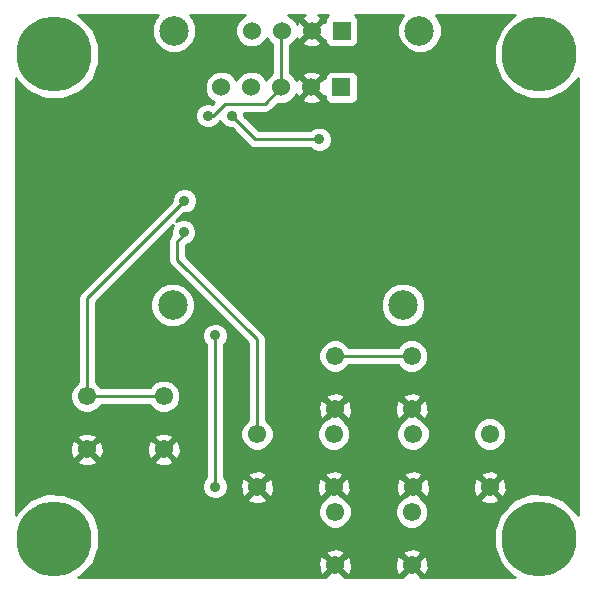
<source format=gbl>
G04 (created by PCBNEW (2013-07-07 BZR 4022)-stable) date 3/7/2015 2:00:05 PM*
%MOIN*%
G04 Gerber Fmt 3.4, Leading zero omitted, Abs format*
%FSLAX34Y34*%
G01*
G70*
G90*
G04 APERTURE LIST*
%ADD10C,0.00590551*%
%ADD11C,0.061*%
%ADD12C,0.25*%
%ADD13R,0.06X0.06*%
%ADD14C,0.06*%
%ADD15C,0.0984252*%
%ADD16C,0.035*%
%ADD17C,0.01*%
G04 APERTURE END LIST*
G54D10*
G54D11*
X50924Y-39822D03*
X50924Y-41594D03*
X53484Y-39822D03*
X53484Y-41594D03*
X48326Y-37224D03*
X48326Y-38996D03*
X50886Y-37224D03*
X50886Y-38996D03*
X48326Y-42421D03*
X48326Y-44193D03*
X50886Y-42421D03*
X50886Y-44193D03*
X45727Y-39822D03*
X45727Y-41594D03*
X48287Y-39822D03*
X48287Y-41594D03*
X40058Y-38562D03*
X40058Y-40334D03*
X42618Y-38562D03*
X42618Y-40334D03*
G54D12*
X55118Y-43307D03*
X38976Y-43307D03*
X55118Y-27165D03*
X38976Y-27165D03*
G54D13*
X48547Y-26377D03*
G54D14*
X47547Y-26377D03*
X46547Y-26377D03*
X45547Y-26377D03*
G54D15*
X50590Y-35523D03*
X42913Y-35523D03*
X51141Y-26377D03*
X42952Y-26377D03*
G54D13*
X48535Y-28267D03*
G54D14*
X47535Y-28267D03*
X46535Y-28267D03*
X45535Y-28267D03*
X44535Y-28267D03*
G54D16*
X54291Y-35669D03*
X54291Y-33858D03*
X54291Y-32047D03*
X48976Y-30236D03*
X39448Y-34566D03*
X39527Y-32834D03*
X39527Y-31102D03*
X44094Y-29212D03*
X44881Y-29212D03*
X47795Y-30000D03*
X44330Y-41574D03*
X44330Y-36535D03*
X43279Y-33098D03*
X43307Y-32047D03*
G54D17*
X44094Y-29212D02*
X44251Y-29212D01*
X45984Y-28818D02*
X46535Y-28267D01*
X44645Y-28818D02*
X45984Y-28818D01*
X44251Y-29212D02*
X44645Y-28818D01*
X46535Y-28267D02*
X46535Y-26389D01*
X46535Y-26389D02*
X46547Y-26377D01*
X45669Y-30000D02*
X47795Y-30000D01*
X44881Y-29212D02*
X45669Y-30000D01*
X48326Y-37224D02*
X50886Y-37224D01*
X44330Y-41574D02*
X44330Y-36535D01*
X43279Y-33098D02*
X43279Y-33177D01*
X45727Y-36672D02*
X45727Y-39822D01*
X43070Y-34015D02*
X45727Y-36672D01*
X43070Y-33385D02*
X43070Y-34015D01*
X43279Y-33177D02*
X43070Y-33385D01*
X40058Y-38562D02*
X40058Y-35295D01*
X40058Y-35295D02*
X43307Y-32047D01*
X40058Y-38562D02*
X42618Y-38562D01*
G54D10*
G36*
X56413Y-42513D02*
X56390Y-42458D01*
X55968Y-42036D01*
X55417Y-41807D01*
X54821Y-41806D01*
X54269Y-42034D01*
X54044Y-42259D01*
X54044Y-41677D01*
X54039Y-41582D01*
X54039Y-39712D01*
X53955Y-39508D01*
X53799Y-39352D01*
X53595Y-39267D01*
X53374Y-39267D01*
X53170Y-39351D01*
X53014Y-39507D01*
X52929Y-39711D01*
X52929Y-39932D01*
X53013Y-40136D01*
X53169Y-40292D01*
X53373Y-40377D01*
X53594Y-40377D01*
X53798Y-40293D01*
X53954Y-40137D01*
X54039Y-39933D01*
X54039Y-39712D01*
X54039Y-41582D01*
X54033Y-41457D01*
X53970Y-41303D01*
X53874Y-41275D01*
X53803Y-41346D01*
X53803Y-41205D01*
X53775Y-41109D01*
X53567Y-41034D01*
X53347Y-41045D01*
X53193Y-41109D01*
X53165Y-41205D01*
X53484Y-41523D01*
X53803Y-41205D01*
X53803Y-41346D01*
X53555Y-41594D01*
X53874Y-41913D01*
X53970Y-41885D01*
X54044Y-41677D01*
X54044Y-42259D01*
X53847Y-42456D01*
X53803Y-42561D01*
X53803Y-41984D01*
X53484Y-41665D01*
X53414Y-41736D01*
X53414Y-41594D01*
X53095Y-41275D01*
X52999Y-41303D01*
X52924Y-41511D01*
X52935Y-41732D01*
X52999Y-41885D01*
X53095Y-41913D01*
X53414Y-41594D01*
X53414Y-41736D01*
X53165Y-41984D01*
X53193Y-42080D01*
X53401Y-42154D01*
X53622Y-42143D01*
X53775Y-42080D01*
X53803Y-41984D01*
X53803Y-42561D01*
X53618Y-43007D01*
X53617Y-43604D01*
X53845Y-44155D01*
X54267Y-44577D01*
X54326Y-44602D01*
X51484Y-44602D01*
X51484Y-41677D01*
X51479Y-41582D01*
X51479Y-39712D01*
X51446Y-39631D01*
X51446Y-39079D01*
X51441Y-38984D01*
X51441Y-37114D01*
X51357Y-36910D01*
X51332Y-36885D01*
X51332Y-35376D01*
X51220Y-35103D01*
X51011Y-34894D01*
X50738Y-34781D01*
X50443Y-34781D01*
X50170Y-34894D01*
X49961Y-35102D01*
X49848Y-35375D01*
X49848Y-35670D01*
X49961Y-35943D01*
X50169Y-36152D01*
X50442Y-36265D01*
X50737Y-36265D01*
X51010Y-36153D01*
X51219Y-35944D01*
X51332Y-35671D01*
X51332Y-35376D01*
X51332Y-36885D01*
X51201Y-36754D01*
X50997Y-36669D01*
X50776Y-36669D01*
X50572Y-36753D01*
X50416Y-36909D01*
X50409Y-36924D01*
X49085Y-36924D01*
X49085Y-28518D01*
X49085Y-27918D01*
X49047Y-27826D01*
X48977Y-27755D01*
X48885Y-27717D01*
X48785Y-27717D01*
X48185Y-27717D01*
X48094Y-27755D01*
X48023Y-27825D01*
X47985Y-27917D01*
X47985Y-27970D01*
X47921Y-27952D01*
X47862Y-28011D01*
X47862Y-26763D01*
X47547Y-26448D01*
X47232Y-26763D01*
X47259Y-26859D01*
X47465Y-26932D01*
X47684Y-26921D01*
X47835Y-26859D01*
X47862Y-26763D01*
X47862Y-28011D01*
X47850Y-28023D01*
X47850Y-27881D01*
X47823Y-27786D01*
X47617Y-27712D01*
X47398Y-27723D01*
X47247Y-27786D01*
X47220Y-27881D01*
X47535Y-28197D01*
X47850Y-27881D01*
X47850Y-28023D01*
X47606Y-28267D01*
X47921Y-28582D01*
X47985Y-28564D01*
X47985Y-28617D01*
X48023Y-28709D01*
X48093Y-28779D01*
X48185Y-28817D01*
X48284Y-28817D01*
X48884Y-28817D01*
X48976Y-28779D01*
X49047Y-28709D01*
X49085Y-28617D01*
X49085Y-28518D01*
X49085Y-36924D01*
X48802Y-36924D01*
X48797Y-36910D01*
X48641Y-36754D01*
X48437Y-36669D01*
X48216Y-36669D01*
X48012Y-36753D01*
X47856Y-36909D01*
X47771Y-37113D01*
X47771Y-37334D01*
X47855Y-37538D01*
X48011Y-37694D01*
X48215Y-37779D01*
X48436Y-37779D01*
X48640Y-37695D01*
X48796Y-37539D01*
X48802Y-37524D01*
X50409Y-37524D01*
X50415Y-37538D01*
X50571Y-37694D01*
X50775Y-37779D01*
X50996Y-37779D01*
X51200Y-37695D01*
X51356Y-37539D01*
X51441Y-37335D01*
X51441Y-37114D01*
X51441Y-38984D01*
X51435Y-38858D01*
X51371Y-38705D01*
X51275Y-38677D01*
X51205Y-38748D01*
X51205Y-38606D01*
X51177Y-38510D01*
X50969Y-38436D01*
X50748Y-38447D01*
X50595Y-38510D01*
X50567Y-38606D01*
X50886Y-38925D01*
X51205Y-38606D01*
X51205Y-38748D01*
X50957Y-38996D01*
X51275Y-39315D01*
X51371Y-39287D01*
X51446Y-39079D01*
X51446Y-39631D01*
X51395Y-39508D01*
X51239Y-39352D01*
X51123Y-39304D01*
X50886Y-39066D01*
X50815Y-39137D01*
X50815Y-38996D01*
X50496Y-38677D01*
X50400Y-38705D01*
X50326Y-38913D01*
X50337Y-39133D01*
X50400Y-39287D01*
X50496Y-39315D01*
X50815Y-38996D01*
X50815Y-39137D01*
X50567Y-39385D01*
X50569Y-39392D01*
X50454Y-39507D01*
X50369Y-39711D01*
X50369Y-39932D01*
X50453Y-40136D01*
X50609Y-40292D01*
X50813Y-40377D01*
X51034Y-40377D01*
X51238Y-40293D01*
X51394Y-40137D01*
X51479Y-39933D01*
X51479Y-39712D01*
X51479Y-41582D01*
X51473Y-41457D01*
X51410Y-41303D01*
X51314Y-41275D01*
X51243Y-41346D01*
X51243Y-41205D01*
X51215Y-41109D01*
X51007Y-41034D01*
X50787Y-41045D01*
X50633Y-41109D01*
X50605Y-41205D01*
X50924Y-41523D01*
X51243Y-41205D01*
X51243Y-41346D01*
X50995Y-41594D01*
X51314Y-41913D01*
X51410Y-41885D01*
X51484Y-41677D01*
X51484Y-44602D01*
X51446Y-44602D01*
X51446Y-44276D01*
X51441Y-44181D01*
X51441Y-42311D01*
X51357Y-42107D01*
X51241Y-41991D01*
X51243Y-41984D01*
X50924Y-41665D01*
X50854Y-41736D01*
X50854Y-41594D01*
X50535Y-41275D01*
X50439Y-41303D01*
X50364Y-41511D01*
X50375Y-41732D01*
X50439Y-41885D01*
X50535Y-41913D01*
X50854Y-41594D01*
X50854Y-41736D01*
X50687Y-41902D01*
X50572Y-41950D01*
X50416Y-42106D01*
X50331Y-42310D01*
X50331Y-42530D01*
X50415Y-42735D01*
X50571Y-42891D01*
X50775Y-42975D01*
X50996Y-42976D01*
X51200Y-42891D01*
X51356Y-42735D01*
X51441Y-42531D01*
X51441Y-42311D01*
X51441Y-44181D01*
X51435Y-44055D01*
X51371Y-43902D01*
X51275Y-43874D01*
X51205Y-43944D01*
X51205Y-43803D01*
X51177Y-43707D01*
X50969Y-43633D01*
X50748Y-43644D01*
X50595Y-43707D01*
X50567Y-43803D01*
X50886Y-44122D01*
X51205Y-43803D01*
X51205Y-43944D01*
X50957Y-44193D01*
X51275Y-44511D01*
X51371Y-44483D01*
X51446Y-44276D01*
X51446Y-44602D01*
X51199Y-44602D01*
X51205Y-44582D01*
X50886Y-44263D01*
X50815Y-44334D01*
X50815Y-44193D01*
X50496Y-43874D01*
X50400Y-43902D01*
X50326Y-44110D01*
X50337Y-44330D01*
X50400Y-44483D01*
X50496Y-44511D01*
X50815Y-44193D01*
X50815Y-44334D01*
X50567Y-44582D01*
X50573Y-44602D01*
X48886Y-44602D01*
X48886Y-44276D01*
X48886Y-39079D01*
X48875Y-38858D01*
X48811Y-38705D01*
X48715Y-38677D01*
X48645Y-38748D01*
X48645Y-38606D01*
X48617Y-38510D01*
X48409Y-38436D01*
X48188Y-38447D01*
X48035Y-38510D01*
X48007Y-38606D01*
X48326Y-38925D01*
X48645Y-38606D01*
X48645Y-38748D01*
X48397Y-38996D01*
X48715Y-39315D01*
X48811Y-39287D01*
X48886Y-39079D01*
X48886Y-44276D01*
X48881Y-44181D01*
X48881Y-42311D01*
X48847Y-42229D01*
X48847Y-41677D01*
X48842Y-41582D01*
X48842Y-39712D01*
X48758Y-39508D01*
X48643Y-39392D01*
X48645Y-39385D01*
X48326Y-39066D01*
X48255Y-39137D01*
X48255Y-38996D01*
X47936Y-38677D01*
X47840Y-38705D01*
X47766Y-38913D01*
X47777Y-39133D01*
X47840Y-39287D01*
X47936Y-39315D01*
X48255Y-38996D01*
X48255Y-39137D01*
X48088Y-39304D01*
X47973Y-39351D01*
X47817Y-39507D01*
X47732Y-39711D01*
X47732Y-39932D01*
X47817Y-40136D01*
X47973Y-40292D01*
X48176Y-40377D01*
X48397Y-40377D01*
X48601Y-40293D01*
X48758Y-40137D01*
X48842Y-39933D01*
X48842Y-39712D01*
X48842Y-41582D01*
X48836Y-41457D01*
X48773Y-41303D01*
X48677Y-41275D01*
X48606Y-41346D01*
X48606Y-41205D01*
X48578Y-41109D01*
X48370Y-41034D01*
X48150Y-41045D01*
X47997Y-41109D01*
X47969Y-41205D01*
X48287Y-41523D01*
X48606Y-41205D01*
X48606Y-41346D01*
X48358Y-41594D01*
X48677Y-41913D01*
X48773Y-41885D01*
X48847Y-41677D01*
X48847Y-42229D01*
X48797Y-42107D01*
X48641Y-41950D01*
X48525Y-41902D01*
X48287Y-41665D01*
X48217Y-41736D01*
X48217Y-41594D01*
X47898Y-41275D01*
X47802Y-41303D01*
X47728Y-41511D01*
X47738Y-41732D01*
X47802Y-41885D01*
X47898Y-41913D01*
X48217Y-41594D01*
X48217Y-41736D01*
X47969Y-41984D01*
X47971Y-41991D01*
X47856Y-42106D01*
X47771Y-42310D01*
X47771Y-42530D01*
X47855Y-42735D01*
X48011Y-42891D01*
X48215Y-42975D01*
X48436Y-42976D01*
X48640Y-42891D01*
X48796Y-42735D01*
X48881Y-42531D01*
X48881Y-42311D01*
X48881Y-44181D01*
X48875Y-44055D01*
X48811Y-43902D01*
X48715Y-43874D01*
X48645Y-43944D01*
X48645Y-43803D01*
X48617Y-43707D01*
X48409Y-43633D01*
X48188Y-43644D01*
X48035Y-43707D01*
X48007Y-43803D01*
X48326Y-44122D01*
X48645Y-43803D01*
X48645Y-43944D01*
X48397Y-44193D01*
X48715Y-44511D01*
X48811Y-44483D01*
X48886Y-44276D01*
X48886Y-44602D01*
X48639Y-44602D01*
X48645Y-44582D01*
X48326Y-44263D01*
X48255Y-44334D01*
X48255Y-44193D01*
X47936Y-43874D01*
X47840Y-43902D01*
X47766Y-44110D01*
X47777Y-44330D01*
X47840Y-44483D01*
X47936Y-44511D01*
X48255Y-44193D01*
X48255Y-44334D01*
X48007Y-44582D01*
X48013Y-44602D01*
X46287Y-44602D01*
X46287Y-41677D01*
X46282Y-41582D01*
X46282Y-39712D01*
X46198Y-39508D01*
X46042Y-39352D01*
X46027Y-39346D01*
X46027Y-36672D01*
X46005Y-36557D01*
X45940Y-36460D01*
X45940Y-36460D01*
X43370Y-33891D01*
X43370Y-33520D01*
X43519Y-33458D01*
X43639Y-33339D01*
X43704Y-33183D01*
X43704Y-33014D01*
X43640Y-32857D01*
X43520Y-32738D01*
X43364Y-32673D01*
X43195Y-32673D01*
X43041Y-32736D01*
X43306Y-32472D01*
X43391Y-32472D01*
X43547Y-32407D01*
X43667Y-32288D01*
X43732Y-32132D01*
X43732Y-31963D01*
X43667Y-31806D01*
X43548Y-31687D01*
X43391Y-31622D01*
X43222Y-31622D01*
X43066Y-31686D01*
X42946Y-31806D01*
X42882Y-31962D01*
X42882Y-32047D01*
X39846Y-35083D01*
X39781Y-35180D01*
X39758Y-35295D01*
X39758Y-38086D01*
X39744Y-38092D01*
X39588Y-38248D01*
X39503Y-38451D01*
X39503Y-38672D01*
X39587Y-38876D01*
X39743Y-39033D01*
X39947Y-39117D01*
X40168Y-39117D01*
X40372Y-39033D01*
X40528Y-38877D01*
X40534Y-38862D01*
X42142Y-38862D01*
X42147Y-38876D01*
X42303Y-39033D01*
X42507Y-39117D01*
X42728Y-39117D01*
X42932Y-39033D01*
X43088Y-38877D01*
X43173Y-38673D01*
X43173Y-38452D01*
X43089Y-38248D01*
X42933Y-38092D01*
X42729Y-38007D01*
X42508Y-38007D01*
X42304Y-38092D01*
X42148Y-38248D01*
X42142Y-38262D01*
X40535Y-38262D01*
X40529Y-38248D01*
X40373Y-38092D01*
X40358Y-38086D01*
X40358Y-35420D01*
X42918Y-32860D01*
X42854Y-33013D01*
X42854Y-33180D01*
X42793Y-33271D01*
X42770Y-33385D01*
X42770Y-34015D01*
X42793Y-34130D01*
X42858Y-34227D01*
X45427Y-36797D01*
X45427Y-39346D01*
X45413Y-39351D01*
X45257Y-39507D01*
X45172Y-39711D01*
X45172Y-39932D01*
X45257Y-40136D01*
X45413Y-40292D01*
X45616Y-40377D01*
X45837Y-40377D01*
X46041Y-40293D01*
X46198Y-40137D01*
X46282Y-39933D01*
X46282Y-39712D01*
X46282Y-41582D01*
X46276Y-41457D01*
X46213Y-41303D01*
X46117Y-41275D01*
X46046Y-41346D01*
X46046Y-41205D01*
X46018Y-41109D01*
X45810Y-41034D01*
X45590Y-41045D01*
X45437Y-41109D01*
X45409Y-41205D01*
X45727Y-41523D01*
X46046Y-41205D01*
X46046Y-41346D01*
X45798Y-41594D01*
X46117Y-41913D01*
X46213Y-41885D01*
X46287Y-41677D01*
X46287Y-44602D01*
X46046Y-44602D01*
X46046Y-41984D01*
X45727Y-41665D01*
X45657Y-41736D01*
X45657Y-41594D01*
X45338Y-41275D01*
X45242Y-41303D01*
X45168Y-41511D01*
X45178Y-41732D01*
X45242Y-41885D01*
X45338Y-41913D01*
X45657Y-41594D01*
X45657Y-41736D01*
X45409Y-41984D01*
X45437Y-42080D01*
X45644Y-42154D01*
X45865Y-42143D01*
X46018Y-42080D01*
X46046Y-41984D01*
X46046Y-44602D01*
X44755Y-44602D01*
X44755Y-41490D01*
X44691Y-41334D01*
X44630Y-41273D01*
X44630Y-36836D01*
X44690Y-36776D01*
X44755Y-36620D01*
X44755Y-36451D01*
X44691Y-36295D01*
X44571Y-36175D01*
X44415Y-36110D01*
X44246Y-36110D01*
X44090Y-36174D01*
X43970Y-36294D01*
X43905Y-36450D01*
X43905Y-36619D01*
X43970Y-36775D01*
X44030Y-36836D01*
X44030Y-41273D01*
X43970Y-41333D01*
X43905Y-41489D01*
X43905Y-41658D01*
X43970Y-41815D01*
X44089Y-41934D01*
X44245Y-41999D01*
X44414Y-41999D01*
X44571Y-41935D01*
X44690Y-41815D01*
X44755Y-41659D01*
X44755Y-41490D01*
X44755Y-44602D01*
X43655Y-44602D01*
X43655Y-35376D01*
X43542Y-35103D01*
X43334Y-34894D01*
X43061Y-34781D01*
X42766Y-34781D01*
X42493Y-34894D01*
X42284Y-35102D01*
X42171Y-35375D01*
X42171Y-35670D01*
X42283Y-35943D01*
X42492Y-36152D01*
X42765Y-36265D01*
X43060Y-36265D01*
X43333Y-36153D01*
X43542Y-35944D01*
X43655Y-35671D01*
X43655Y-35376D01*
X43655Y-44602D01*
X43178Y-44602D01*
X43178Y-40417D01*
X43167Y-40197D01*
X43103Y-40043D01*
X43008Y-40015D01*
X42937Y-40086D01*
X42937Y-39945D01*
X42909Y-39849D01*
X42701Y-39775D01*
X42481Y-39785D01*
X42327Y-39849D01*
X42299Y-39945D01*
X42618Y-40264D01*
X42937Y-39945D01*
X42937Y-40086D01*
X42689Y-40334D01*
X43008Y-40653D01*
X43103Y-40625D01*
X43178Y-40417D01*
X43178Y-44602D01*
X42937Y-44602D01*
X42937Y-40724D01*
X42618Y-40405D01*
X42547Y-40476D01*
X42547Y-40334D01*
X42229Y-40015D01*
X42133Y-40043D01*
X42058Y-40251D01*
X42069Y-40472D01*
X42133Y-40625D01*
X42229Y-40653D01*
X42547Y-40334D01*
X42547Y-40476D01*
X42299Y-40724D01*
X42327Y-40820D01*
X42535Y-40894D01*
X42756Y-40883D01*
X42909Y-40820D01*
X42937Y-40724D01*
X42937Y-44602D01*
X40618Y-44602D01*
X40618Y-40417D01*
X40607Y-40197D01*
X40543Y-40043D01*
X40448Y-40015D01*
X40377Y-40086D01*
X40377Y-39945D01*
X40349Y-39849D01*
X40141Y-39775D01*
X39921Y-39785D01*
X39767Y-39849D01*
X39739Y-39945D01*
X40058Y-40264D01*
X40377Y-39945D01*
X40377Y-40086D01*
X40129Y-40334D01*
X40448Y-40653D01*
X40543Y-40625D01*
X40618Y-40417D01*
X40618Y-44602D01*
X39769Y-44602D01*
X39824Y-44579D01*
X40247Y-44157D01*
X40476Y-43606D01*
X40476Y-43010D01*
X40377Y-42769D01*
X40377Y-40724D01*
X40058Y-40405D01*
X39987Y-40476D01*
X39987Y-40334D01*
X39669Y-40015D01*
X39573Y-40043D01*
X39498Y-40251D01*
X39509Y-40472D01*
X39573Y-40625D01*
X39669Y-40653D01*
X39987Y-40334D01*
X39987Y-40476D01*
X39739Y-40724D01*
X39767Y-40820D01*
X39975Y-40894D01*
X40196Y-40883D01*
X40349Y-40820D01*
X40377Y-40724D01*
X40377Y-42769D01*
X40248Y-42458D01*
X39827Y-42036D01*
X39276Y-41807D01*
X38679Y-41806D01*
X38127Y-42034D01*
X37705Y-42456D01*
X37681Y-42515D01*
X37681Y-27958D01*
X37703Y-28013D01*
X38125Y-28436D01*
X38676Y-28665D01*
X39273Y-28665D01*
X39824Y-28437D01*
X40247Y-28016D01*
X40476Y-27465D01*
X40476Y-26868D01*
X40248Y-26316D01*
X39827Y-25894D01*
X39768Y-25870D01*
X42411Y-25870D01*
X42323Y-25957D01*
X42210Y-26229D01*
X42210Y-26524D01*
X42323Y-26797D01*
X42531Y-27006D01*
X42804Y-27119D01*
X43099Y-27120D01*
X43372Y-27007D01*
X43581Y-26798D01*
X43694Y-26526D01*
X43695Y-26230D01*
X43582Y-25958D01*
X43494Y-25870D01*
X45336Y-25870D01*
X45236Y-25911D01*
X45081Y-26065D01*
X44997Y-26268D01*
X44997Y-26486D01*
X45080Y-26689D01*
X45235Y-26843D01*
X45437Y-26927D01*
X45656Y-26928D01*
X45858Y-26844D01*
X46013Y-26689D01*
X46047Y-26608D01*
X46080Y-26689D01*
X46235Y-26843D01*
X46235Y-26844D01*
X46235Y-27796D01*
X46224Y-27801D01*
X46069Y-27955D01*
X46035Y-28037D01*
X46001Y-27956D01*
X45847Y-27801D01*
X45645Y-27717D01*
X45426Y-27717D01*
X45224Y-27801D01*
X45069Y-27955D01*
X45035Y-28037D01*
X45001Y-27956D01*
X44847Y-27801D01*
X44645Y-27717D01*
X44426Y-27717D01*
X44224Y-27801D01*
X44069Y-27955D01*
X43985Y-28157D01*
X43985Y-28376D01*
X44068Y-28578D01*
X44223Y-28733D01*
X44282Y-28758D01*
X44231Y-28809D01*
X44179Y-28787D01*
X44010Y-28787D01*
X43854Y-28852D01*
X43734Y-28971D01*
X43669Y-29127D01*
X43669Y-29296D01*
X43733Y-29453D01*
X43853Y-29572D01*
X44009Y-29637D01*
X44178Y-29637D01*
X44334Y-29573D01*
X44454Y-29453D01*
X44468Y-29420D01*
X44496Y-29392D01*
X44521Y-29453D01*
X44640Y-29572D01*
X44796Y-29637D01*
X44882Y-29637D01*
X45457Y-30212D01*
X45554Y-30277D01*
X45669Y-30300D01*
X47494Y-30300D01*
X47554Y-30360D01*
X47710Y-30424D01*
X47879Y-30425D01*
X48035Y-30360D01*
X48155Y-30241D01*
X48220Y-30084D01*
X48220Y-29915D01*
X48155Y-29759D01*
X48036Y-29639D01*
X47880Y-29575D01*
X47850Y-29575D01*
X47850Y-28653D01*
X47535Y-28338D01*
X47220Y-28653D01*
X47247Y-28748D01*
X47453Y-28822D01*
X47672Y-28811D01*
X47823Y-28748D01*
X47850Y-28653D01*
X47850Y-29575D01*
X47711Y-29574D01*
X47554Y-29639D01*
X47494Y-29700D01*
X45793Y-29700D01*
X45306Y-29213D01*
X45306Y-29128D01*
X45303Y-29118D01*
X45984Y-29118D01*
X45984Y-29118D01*
X46099Y-29096D01*
X46099Y-29096D01*
X46196Y-29031D01*
X46414Y-28812D01*
X46425Y-28817D01*
X46644Y-28817D01*
X46846Y-28734D01*
X47001Y-28579D01*
X47032Y-28504D01*
X47054Y-28555D01*
X47149Y-28582D01*
X47464Y-28267D01*
X47149Y-27952D01*
X47054Y-27979D01*
X47034Y-28035D01*
X47001Y-27956D01*
X46847Y-27801D01*
X46835Y-27796D01*
X46835Y-26853D01*
X46858Y-26844D01*
X47013Y-26689D01*
X47044Y-26614D01*
X47065Y-26665D01*
X47161Y-26693D01*
X47476Y-26377D01*
X47161Y-26062D01*
X47065Y-26090D01*
X47046Y-26145D01*
X47013Y-26066D01*
X46859Y-25911D01*
X46758Y-25870D01*
X47323Y-25870D01*
X47259Y-25896D01*
X47232Y-25992D01*
X47547Y-26307D01*
X47862Y-25992D01*
X47835Y-25896D01*
X47760Y-25870D01*
X48101Y-25870D01*
X48035Y-25936D01*
X47997Y-26028D01*
X47997Y-26081D01*
X47933Y-26062D01*
X47617Y-26377D01*
X47933Y-26693D01*
X47997Y-26674D01*
X47997Y-26727D01*
X48035Y-26819D01*
X48105Y-26889D01*
X48197Y-26927D01*
X48296Y-26927D01*
X48896Y-26927D01*
X48988Y-26890D01*
X49059Y-26819D01*
X49097Y-26727D01*
X49097Y-26628D01*
X49097Y-26028D01*
X49059Y-25936D01*
X48992Y-25870D01*
X50600Y-25870D01*
X50512Y-25957D01*
X50399Y-26229D01*
X50399Y-26524D01*
X50512Y-26797D01*
X50720Y-27006D01*
X50993Y-27119D01*
X51288Y-27120D01*
X51561Y-27007D01*
X51770Y-26798D01*
X51883Y-26526D01*
X51883Y-26230D01*
X51771Y-25958D01*
X51683Y-25870D01*
X54324Y-25870D01*
X54269Y-25892D01*
X53847Y-26314D01*
X53618Y-26865D01*
X53617Y-27462D01*
X53845Y-28013D01*
X54267Y-28436D01*
X54818Y-28665D01*
X55415Y-28665D01*
X55966Y-28437D01*
X56389Y-28016D01*
X56413Y-27957D01*
X56413Y-42513D01*
X56413Y-42513D01*
G37*
G54D17*
X56413Y-42513D02*
X56390Y-42458D01*
X55968Y-42036D01*
X55417Y-41807D01*
X54821Y-41806D01*
X54269Y-42034D01*
X54044Y-42259D01*
X54044Y-41677D01*
X54039Y-41582D01*
X54039Y-39712D01*
X53955Y-39508D01*
X53799Y-39352D01*
X53595Y-39267D01*
X53374Y-39267D01*
X53170Y-39351D01*
X53014Y-39507D01*
X52929Y-39711D01*
X52929Y-39932D01*
X53013Y-40136D01*
X53169Y-40292D01*
X53373Y-40377D01*
X53594Y-40377D01*
X53798Y-40293D01*
X53954Y-40137D01*
X54039Y-39933D01*
X54039Y-39712D01*
X54039Y-41582D01*
X54033Y-41457D01*
X53970Y-41303D01*
X53874Y-41275D01*
X53803Y-41346D01*
X53803Y-41205D01*
X53775Y-41109D01*
X53567Y-41034D01*
X53347Y-41045D01*
X53193Y-41109D01*
X53165Y-41205D01*
X53484Y-41523D01*
X53803Y-41205D01*
X53803Y-41346D01*
X53555Y-41594D01*
X53874Y-41913D01*
X53970Y-41885D01*
X54044Y-41677D01*
X54044Y-42259D01*
X53847Y-42456D01*
X53803Y-42561D01*
X53803Y-41984D01*
X53484Y-41665D01*
X53414Y-41736D01*
X53414Y-41594D01*
X53095Y-41275D01*
X52999Y-41303D01*
X52924Y-41511D01*
X52935Y-41732D01*
X52999Y-41885D01*
X53095Y-41913D01*
X53414Y-41594D01*
X53414Y-41736D01*
X53165Y-41984D01*
X53193Y-42080D01*
X53401Y-42154D01*
X53622Y-42143D01*
X53775Y-42080D01*
X53803Y-41984D01*
X53803Y-42561D01*
X53618Y-43007D01*
X53617Y-43604D01*
X53845Y-44155D01*
X54267Y-44577D01*
X54326Y-44602D01*
X51484Y-44602D01*
X51484Y-41677D01*
X51479Y-41582D01*
X51479Y-39712D01*
X51446Y-39631D01*
X51446Y-39079D01*
X51441Y-38984D01*
X51441Y-37114D01*
X51357Y-36910D01*
X51332Y-36885D01*
X51332Y-35376D01*
X51220Y-35103D01*
X51011Y-34894D01*
X50738Y-34781D01*
X50443Y-34781D01*
X50170Y-34894D01*
X49961Y-35102D01*
X49848Y-35375D01*
X49848Y-35670D01*
X49961Y-35943D01*
X50169Y-36152D01*
X50442Y-36265D01*
X50737Y-36265D01*
X51010Y-36153D01*
X51219Y-35944D01*
X51332Y-35671D01*
X51332Y-35376D01*
X51332Y-36885D01*
X51201Y-36754D01*
X50997Y-36669D01*
X50776Y-36669D01*
X50572Y-36753D01*
X50416Y-36909D01*
X50409Y-36924D01*
X49085Y-36924D01*
X49085Y-28518D01*
X49085Y-27918D01*
X49047Y-27826D01*
X48977Y-27755D01*
X48885Y-27717D01*
X48785Y-27717D01*
X48185Y-27717D01*
X48094Y-27755D01*
X48023Y-27825D01*
X47985Y-27917D01*
X47985Y-27970D01*
X47921Y-27952D01*
X47862Y-28011D01*
X47862Y-26763D01*
X47547Y-26448D01*
X47232Y-26763D01*
X47259Y-26859D01*
X47465Y-26932D01*
X47684Y-26921D01*
X47835Y-26859D01*
X47862Y-26763D01*
X47862Y-28011D01*
X47850Y-28023D01*
X47850Y-27881D01*
X47823Y-27786D01*
X47617Y-27712D01*
X47398Y-27723D01*
X47247Y-27786D01*
X47220Y-27881D01*
X47535Y-28197D01*
X47850Y-27881D01*
X47850Y-28023D01*
X47606Y-28267D01*
X47921Y-28582D01*
X47985Y-28564D01*
X47985Y-28617D01*
X48023Y-28709D01*
X48093Y-28779D01*
X48185Y-28817D01*
X48284Y-28817D01*
X48884Y-28817D01*
X48976Y-28779D01*
X49047Y-28709D01*
X49085Y-28617D01*
X49085Y-28518D01*
X49085Y-36924D01*
X48802Y-36924D01*
X48797Y-36910D01*
X48641Y-36754D01*
X48437Y-36669D01*
X48216Y-36669D01*
X48012Y-36753D01*
X47856Y-36909D01*
X47771Y-37113D01*
X47771Y-37334D01*
X47855Y-37538D01*
X48011Y-37694D01*
X48215Y-37779D01*
X48436Y-37779D01*
X48640Y-37695D01*
X48796Y-37539D01*
X48802Y-37524D01*
X50409Y-37524D01*
X50415Y-37538D01*
X50571Y-37694D01*
X50775Y-37779D01*
X50996Y-37779D01*
X51200Y-37695D01*
X51356Y-37539D01*
X51441Y-37335D01*
X51441Y-37114D01*
X51441Y-38984D01*
X51435Y-38858D01*
X51371Y-38705D01*
X51275Y-38677D01*
X51205Y-38748D01*
X51205Y-38606D01*
X51177Y-38510D01*
X50969Y-38436D01*
X50748Y-38447D01*
X50595Y-38510D01*
X50567Y-38606D01*
X50886Y-38925D01*
X51205Y-38606D01*
X51205Y-38748D01*
X50957Y-38996D01*
X51275Y-39315D01*
X51371Y-39287D01*
X51446Y-39079D01*
X51446Y-39631D01*
X51395Y-39508D01*
X51239Y-39352D01*
X51123Y-39304D01*
X50886Y-39066D01*
X50815Y-39137D01*
X50815Y-38996D01*
X50496Y-38677D01*
X50400Y-38705D01*
X50326Y-38913D01*
X50337Y-39133D01*
X50400Y-39287D01*
X50496Y-39315D01*
X50815Y-38996D01*
X50815Y-39137D01*
X50567Y-39385D01*
X50569Y-39392D01*
X50454Y-39507D01*
X50369Y-39711D01*
X50369Y-39932D01*
X50453Y-40136D01*
X50609Y-40292D01*
X50813Y-40377D01*
X51034Y-40377D01*
X51238Y-40293D01*
X51394Y-40137D01*
X51479Y-39933D01*
X51479Y-39712D01*
X51479Y-41582D01*
X51473Y-41457D01*
X51410Y-41303D01*
X51314Y-41275D01*
X51243Y-41346D01*
X51243Y-41205D01*
X51215Y-41109D01*
X51007Y-41034D01*
X50787Y-41045D01*
X50633Y-41109D01*
X50605Y-41205D01*
X50924Y-41523D01*
X51243Y-41205D01*
X51243Y-41346D01*
X50995Y-41594D01*
X51314Y-41913D01*
X51410Y-41885D01*
X51484Y-41677D01*
X51484Y-44602D01*
X51446Y-44602D01*
X51446Y-44276D01*
X51441Y-44181D01*
X51441Y-42311D01*
X51357Y-42107D01*
X51241Y-41991D01*
X51243Y-41984D01*
X50924Y-41665D01*
X50854Y-41736D01*
X50854Y-41594D01*
X50535Y-41275D01*
X50439Y-41303D01*
X50364Y-41511D01*
X50375Y-41732D01*
X50439Y-41885D01*
X50535Y-41913D01*
X50854Y-41594D01*
X50854Y-41736D01*
X50687Y-41902D01*
X50572Y-41950D01*
X50416Y-42106D01*
X50331Y-42310D01*
X50331Y-42530D01*
X50415Y-42735D01*
X50571Y-42891D01*
X50775Y-42975D01*
X50996Y-42976D01*
X51200Y-42891D01*
X51356Y-42735D01*
X51441Y-42531D01*
X51441Y-42311D01*
X51441Y-44181D01*
X51435Y-44055D01*
X51371Y-43902D01*
X51275Y-43874D01*
X51205Y-43944D01*
X51205Y-43803D01*
X51177Y-43707D01*
X50969Y-43633D01*
X50748Y-43644D01*
X50595Y-43707D01*
X50567Y-43803D01*
X50886Y-44122D01*
X51205Y-43803D01*
X51205Y-43944D01*
X50957Y-44193D01*
X51275Y-44511D01*
X51371Y-44483D01*
X51446Y-44276D01*
X51446Y-44602D01*
X51199Y-44602D01*
X51205Y-44582D01*
X50886Y-44263D01*
X50815Y-44334D01*
X50815Y-44193D01*
X50496Y-43874D01*
X50400Y-43902D01*
X50326Y-44110D01*
X50337Y-44330D01*
X50400Y-44483D01*
X50496Y-44511D01*
X50815Y-44193D01*
X50815Y-44334D01*
X50567Y-44582D01*
X50573Y-44602D01*
X48886Y-44602D01*
X48886Y-44276D01*
X48886Y-39079D01*
X48875Y-38858D01*
X48811Y-38705D01*
X48715Y-38677D01*
X48645Y-38748D01*
X48645Y-38606D01*
X48617Y-38510D01*
X48409Y-38436D01*
X48188Y-38447D01*
X48035Y-38510D01*
X48007Y-38606D01*
X48326Y-38925D01*
X48645Y-38606D01*
X48645Y-38748D01*
X48397Y-38996D01*
X48715Y-39315D01*
X48811Y-39287D01*
X48886Y-39079D01*
X48886Y-44276D01*
X48881Y-44181D01*
X48881Y-42311D01*
X48847Y-42229D01*
X48847Y-41677D01*
X48842Y-41582D01*
X48842Y-39712D01*
X48758Y-39508D01*
X48643Y-39392D01*
X48645Y-39385D01*
X48326Y-39066D01*
X48255Y-39137D01*
X48255Y-38996D01*
X47936Y-38677D01*
X47840Y-38705D01*
X47766Y-38913D01*
X47777Y-39133D01*
X47840Y-39287D01*
X47936Y-39315D01*
X48255Y-38996D01*
X48255Y-39137D01*
X48088Y-39304D01*
X47973Y-39351D01*
X47817Y-39507D01*
X47732Y-39711D01*
X47732Y-39932D01*
X47817Y-40136D01*
X47973Y-40292D01*
X48176Y-40377D01*
X48397Y-40377D01*
X48601Y-40293D01*
X48758Y-40137D01*
X48842Y-39933D01*
X48842Y-39712D01*
X48842Y-41582D01*
X48836Y-41457D01*
X48773Y-41303D01*
X48677Y-41275D01*
X48606Y-41346D01*
X48606Y-41205D01*
X48578Y-41109D01*
X48370Y-41034D01*
X48150Y-41045D01*
X47997Y-41109D01*
X47969Y-41205D01*
X48287Y-41523D01*
X48606Y-41205D01*
X48606Y-41346D01*
X48358Y-41594D01*
X48677Y-41913D01*
X48773Y-41885D01*
X48847Y-41677D01*
X48847Y-42229D01*
X48797Y-42107D01*
X48641Y-41950D01*
X48525Y-41902D01*
X48287Y-41665D01*
X48217Y-41736D01*
X48217Y-41594D01*
X47898Y-41275D01*
X47802Y-41303D01*
X47728Y-41511D01*
X47738Y-41732D01*
X47802Y-41885D01*
X47898Y-41913D01*
X48217Y-41594D01*
X48217Y-41736D01*
X47969Y-41984D01*
X47971Y-41991D01*
X47856Y-42106D01*
X47771Y-42310D01*
X47771Y-42530D01*
X47855Y-42735D01*
X48011Y-42891D01*
X48215Y-42975D01*
X48436Y-42976D01*
X48640Y-42891D01*
X48796Y-42735D01*
X48881Y-42531D01*
X48881Y-42311D01*
X48881Y-44181D01*
X48875Y-44055D01*
X48811Y-43902D01*
X48715Y-43874D01*
X48645Y-43944D01*
X48645Y-43803D01*
X48617Y-43707D01*
X48409Y-43633D01*
X48188Y-43644D01*
X48035Y-43707D01*
X48007Y-43803D01*
X48326Y-44122D01*
X48645Y-43803D01*
X48645Y-43944D01*
X48397Y-44193D01*
X48715Y-44511D01*
X48811Y-44483D01*
X48886Y-44276D01*
X48886Y-44602D01*
X48639Y-44602D01*
X48645Y-44582D01*
X48326Y-44263D01*
X48255Y-44334D01*
X48255Y-44193D01*
X47936Y-43874D01*
X47840Y-43902D01*
X47766Y-44110D01*
X47777Y-44330D01*
X47840Y-44483D01*
X47936Y-44511D01*
X48255Y-44193D01*
X48255Y-44334D01*
X48007Y-44582D01*
X48013Y-44602D01*
X46287Y-44602D01*
X46287Y-41677D01*
X46282Y-41582D01*
X46282Y-39712D01*
X46198Y-39508D01*
X46042Y-39352D01*
X46027Y-39346D01*
X46027Y-36672D01*
X46005Y-36557D01*
X45940Y-36460D01*
X45940Y-36460D01*
X43370Y-33891D01*
X43370Y-33520D01*
X43519Y-33458D01*
X43639Y-33339D01*
X43704Y-33183D01*
X43704Y-33014D01*
X43640Y-32857D01*
X43520Y-32738D01*
X43364Y-32673D01*
X43195Y-32673D01*
X43041Y-32736D01*
X43306Y-32472D01*
X43391Y-32472D01*
X43547Y-32407D01*
X43667Y-32288D01*
X43732Y-32132D01*
X43732Y-31963D01*
X43667Y-31806D01*
X43548Y-31687D01*
X43391Y-31622D01*
X43222Y-31622D01*
X43066Y-31686D01*
X42946Y-31806D01*
X42882Y-31962D01*
X42882Y-32047D01*
X39846Y-35083D01*
X39781Y-35180D01*
X39758Y-35295D01*
X39758Y-38086D01*
X39744Y-38092D01*
X39588Y-38248D01*
X39503Y-38451D01*
X39503Y-38672D01*
X39587Y-38876D01*
X39743Y-39033D01*
X39947Y-39117D01*
X40168Y-39117D01*
X40372Y-39033D01*
X40528Y-38877D01*
X40534Y-38862D01*
X42142Y-38862D01*
X42147Y-38876D01*
X42303Y-39033D01*
X42507Y-39117D01*
X42728Y-39117D01*
X42932Y-39033D01*
X43088Y-38877D01*
X43173Y-38673D01*
X43173Y-38452D01*
X43089Y-38248D01*
X42933Y-38092D01*
X42729Y-38007D01*
X42508Y-38007D01*
X42304Y-38092D01*
X42148Y-38248D01*
X42142Y-38262D01*
X40535Y-38262D01*
X40529Y-38248D01*
X40373Y-38092D01*
X40358Y-38086D01*
X40358Y-35420D01*
X42918Y-32860D01*
X42854Y-33013D01*
X42854Y-33180D01*
X42793Y-33271D01*
X42770Y-33385D01*
X42770Y-34015D01*
X42793Y-34130D01*
X42858Y-34227D01*
X45427Y-36797D01*
X45427Y-39346D01*
X45413Y-39351D01*
X45257Y-39507D01*
X45172Y-39711D01*
X45172Y-39932D01*
X45257Y-40136D01*
X45413Y-40292D01*
X45616Y-40377D01*
X45837Y-40377D01*
X46041Y-40293D01*
X46198Y-40137D01*
X46282Y-39933D01*
X46282Y-39712D01*
X46282Y-41582D01*
X46276Y-41457D01*
X46213Y-41303D01*
X46117Y-41275D01*
X46046Y-41346D01*
X46046Y-41205D01*
X46018Y-41109D01*
X45810Y-41034D01*
X45590Y-41045D01*
X45437Y-41109D01*
X45409Y-41205D01*
X45727Y-41523D01*
X46046Y-41205D01*
X46046Y-41346D01*
X45798Y-41594D01*
X46117Y-41913D01*
X46213Y-41885D01*
X46287Y-41677D01*
X46287Y-44602D01*
X46046Y-44602D01*
X46046Y-41984D01*
X45727Y-41665D01*
X45657Y-41736D01*
X45657Y-41594D01*
X45338Y-41275D01*
X45242Y-41303D01*
X45168Y-41511D01*
X45178Y-41732D01*
X45242Y-41885D01*
X45338Y-41913D01*
X45657Y-41594D01*
X45657Y-41736D01*
X45409Y-41984D01*
X45437Y-42080D01*
X45644Y-42154D01*
X45865Y-42143D01*
X46018Y-42080D01*
X46046Y-41984D01*
X46046Y-44602D01*
X44755Y-44602D01*
X44755Y-41490D01*
X44691Y-41334D01*
X44630Y-41273D01*
X44630Y-36836D01*
X44690Y-36776D01*
X44755Y-36620D01*
X44755Y-36451D01*
X44691Y-36295D01*
X44571Y-36175D01*
X44415Y-36110D01*
X44246Y-36110D01*
X44090Y-36174D01*
X43970Y-36294D01*
X43905Y-36450D01*
X43905Y-36619D01*
X43970Y-36775D01*
X44030Y-36836D01*
X44030Y-41273D01*
X43970Y-41333D01*
X43905Y-41489D01*
X43905Y-41658D01*
X43970Y-41815D01*
X44089Y-41934D01*
X44245Y-41999D01*
X44414Y-41999D01*
X44571Y-41935D01*
X44690Y-41815D01*
X44755Y-41659D01*
X44755Y-41490D01*
X44755Y-44602D01*
X43655Y-44602D01*
X43655Y-35376D01*
X43542Y-35103D01*
X43334Y-34894D01*
X43061Y-34781D01*
X42766Y-34781D01*
X42493Y-34894D01*
X42284Y-35102D01*
X42171Y-35375D01*
X42171Y-35670D01*
X42283Y-35943D01*
X42492Y-36152D01*
X42765Y-36265D01*
X43060Y-36265D01*
X43333Y-36153D01*
X43542Y-35944D01*
X43655Y-35671D01*
X43655Y-35376D01*
X43655Y-44602D01*
X43178Y-44602D01*
X43178Y-40417D01*
X43167Y-40197D01*
X43103Y-40043D01*
X43008Y-40015D01*
X42937Y-40086D01*
X42937Y-39945D01*
X42909Y-39849D01*
X42701Y-39775D01*
X42481Y-39785D01*
X42327Y-39849D01*
X42299Y-39945D01*
X42618Y-40264D01*
X42937Y-39945D01*
X42937Y-40086D01*
X42689Y-40334D01*
X43008Y-40653D01*
X43103Y-40625D01*
X43178Y-40417D01*
X43178Y-44602D01*
X42937Y-44602D01*
X42937Y-40724D01*
X42618Y-40405D01*
X42547Y-40476D01*
X42547Y-40334D01*
X42229Y-40015D01*
X42133Y-40043D01*
X42058Y-40251D01*
X42069Y-40472D01*
X42133Y-40625D01*
X42229Y-40653D01*
X42547Y-40334D01*
X42547Y-40476D01*
X42299Y-40724D01*
X42327Y-40820D01*
X42535Y-40894D01*
X42756Y-40883D01*
X42909Y-40820D01*
X42937Y-40724D01*
X42937Y-44602D01*
X40618Y-44602D01*
X40618Y-40417D01*
X40607Y-40197D01*
X40543Y-40043D01*
X40448Y-40015D01*
X40377Y-40086D01*
X40377Y-39945D01*
X40349Y-39849D01*
X40141Y-39775D01*
X39921Y-39785D01*
X39767Y-39849D01*
X39739Y-39945D01*
X40058Y-40264D01*
X40377Y-39945D01*
X40377Y-40086D01*
X40129Y-40334D01*
X40448Y-40653D01*
X40543Y-40625D01*
X40618Y-40417D01*
X40618Y-44602D01*
X39769Y-44602D01*
X39824Y-44579D01*
X40247Y-44157D01*
X40476Y-43606D01*
X40476Y-43010D01*
X40377Y-42769D01*
X40377Y-40724D01*
X40058Y-40405D01*
X39987Y-40476D01*
X39987Y-40334D01*
X39669Y-40015D01*
X39573Y-40043D01*
X39498Y-40251D01*
X39509Y-40472D01*
X39573Y-40625D01*
X39669Y-40653D01*
X39987Y-40334D01*
X39987Y-40476D01*
X39739Y-40724D01*
X39767Y-40820D01*
X39975Y-40894D01*
X40196Y-40883D01*
X40349Y-40820D01*
X40377Y-40724D01*
X40377Y-42769D01*
X40248Y-42458D01*
X39827Y-42036D01*
X39276Y-41807D01*
X38679Y-41806D01*
X38127Y-42034D01*
X37705Y-42456D01*
X37681Y-42515D01*
X37681Y-27958D01*
X37703Y-28013D01*
X38125Y-28436D01*
X38676Y-28665D01*
X39273Y-28665D01*
X39824Y-28437D01*
X40247Y-28016D01*
X40476Y-27465D01*
X40476Y-26868D01*
X40248Y-26316D01*
X39827Y-25894D01*
X39768Y-25870D01*
X42411Y-25870D01*
X42323Y-25957D01*
X42210Y-26229D01*
X42210Y-26524D01*
X42323Y-26797D01*
X42531Y-27006D01*
X42804Y-27119D01*
X43099Y-27120D01*
X43372Y-27007D01*
X43581Y-26798D01*
X43694Y-26526D01*
X43695Y-26230D01*
X43582Y-25958D01*
X43494Y-25870D01*
X45336Y-25870D01*
X45236Y-25911D01*
X45081Y-26065D01*
X44997Y-26268D01*
X44997Y-26486D01*
X45080Y-26689D01*
X45235Y-26843D01*
X45437Y-26927D01*
X45656Y-26928D01*
X45858Y-26844D01*
X46013Y-26689D01*
X46047Y-26608D01*
X46080Y-26689D01*
X46235Y-26843D01*
X46235Y-26844D01*
X46235Y-27796D01*
X46224Y-27801D01*
X46069Y-27955D01*
X46035Y-28037D01*
X46001Y-27956D01*
X45847Y-27801D01*
X45645Y-27717D01*
X45426Y-27717D01*
X45224Y-27801D01*
X45069Y-27955D01*
X45035Y-28037D01*
X45001Y-27956D01*
X44847Y-27801D01*
X44645Y-27717D01*
X44426Y-27717D01*
X44224Y-27801D01*
X44069Y-27955D01*
X43985Y-28157D01*
X43985Y-28376D01*
X44068Y-28578D01*
X44223Y-28733D01*
X44282Y-28758D01*
X44231Y-28809D01*
X44179Y-28787D01*
X44010Y-28787D01*
X43854Y-28852D01*
X43734Y-28971D01*
X43669Y-29127D01*
X43669Y-29296D01*
X43733Y-29453D01*
X43853Y-29572D01*
X44009Y-29637D01*
X44178Y-29637D01*
X44334Y-29573D01*
X44454Y-29453D01*
X44468Y-29420D01*
X44496Y-29392D01*
X44521Y-29453D01*
X44640Y-29572D01*
X44796Y-29637D01*
X44882Y-29637D01*
X45457Y-30212D01*
X45554Y-30277D01*
X45669Y-30300D01*
X47494Y-30300D01*
X47554Y-30360D01*
X47710Y-30424D01*
X47879Y-30425D01*
X48035Y-30360D01*
X48155Y-30241D01*
X48220Y-30084D01*
X48220Y-29915D01*
X48155Y-29759D01*
X48036Y-29639D01*
X47880Y-29575D01*
X47850Y-29575D01*
X47850Y-28653D01*
X47535Y-28338D01*
X47220Y-28653D01*
X47247Y-28748D01*
X47453Y-28822D01*
X47672Y-28811D01*
X47823Y-28748D01*
X47850Y-28653D01*
X47850Y-29575D01*
X47711Y-29574D01*
X47554Y-29639D01*
X47494Y-29700D01*
X45793Y-29700D01*
X45306Y-29213D01*
X45306Y-29128D01*
X45303Y-29118D01*
X45984Y-29118D01*
X45984Y-29118D01*
X46099Y-29096D01*
X46099Y-29096D01*
X46196Y-29031D01*
X46414Y-28812D01*
X46425Y-28817D01*
X46644Y-28817D01*
X46846Y-28734D01*
X47001Y-28579D01*
X47032Y-28504D01*
X47054Y-28555D01*
X47149Y-28582D01*
X47464Y-28267D01*
X47149Y-27952D01*
X47054Y-27979D01*
X47034Y-28035D01*
X47001Y-27956D01*
X46847Y-27801D01*
X46835Y-27796D01*
X46835Y-26853D01*
X46858Y-26844D01*
X47013Y-26689D01*
X47044Y-26614D01*
X47065Y-26665D01*
X47161Y-26693D01*
X47476Y-26377D01*
X47161Y-26062D01*
X47065Y-26090D01*
X47046Y-26145D01*
X47013Y-26066D01*
X46859Y-25911D01*
X46758Y-25870D01*
X47323Y-25870D01*
X47259Y-25896D01*
X47232Y-25992D01*
X47547Y-26307D01*
X47862Y-25992D01*
X47835Y-25896D01*
X47760Y-25870D01*
X48101Y-25870D01*
X48035Y-25936D01*
X47997Y-26028D01*
X47997Y-26081D01*
X47933Y-26062D01*
X47617Y-26377D01*
X47933Y-26693D01*
X47997Y-26674D01*
X47997Y-26727D01*
X48035Y-26819D01*
X48105Y-26889D01*
X48197Y-26927D01*
X48296Y-26927D01*
X48896Y-26927D01*
X48988Y-26890D01*
X49059Y-26819D01*
X49097Y-26727D01*
X49097Y-26628D01*
X49097Y-26028D01*
X49059Y-25936D01*
X48992Y-25870D01*
X50600Y-25870D01*
X50512Y-25957D01*
X50399Y-26229D01*
X50399Y-26524D01*
X50512Y-26797D01*
X50720Y-27006D01*
X50993Y-27119D01*
X51288Y-27120D01*
X51561Y-27007D01*
X51770Y-26798D01*
X51883Y-26526D01*
X51883Y-26230D01*
X51771Y-25958D01*
X51683Y-25870D01*
X54324Y-25870D01*
X54269Y-25892D01*
X53847Y-26314D01*
X53618Y-26865D01*
X53617Y-27462D01*
X53845Y-28013D01*
X54267Y-28436D01*
X54818Y-28665D01*
X55415Y-28665D01*
X55966Y-28437D01*
X56389Y-28016D01*
X56413Y-27957D01*
X56413Y-42513D01*
M02*

</source>
